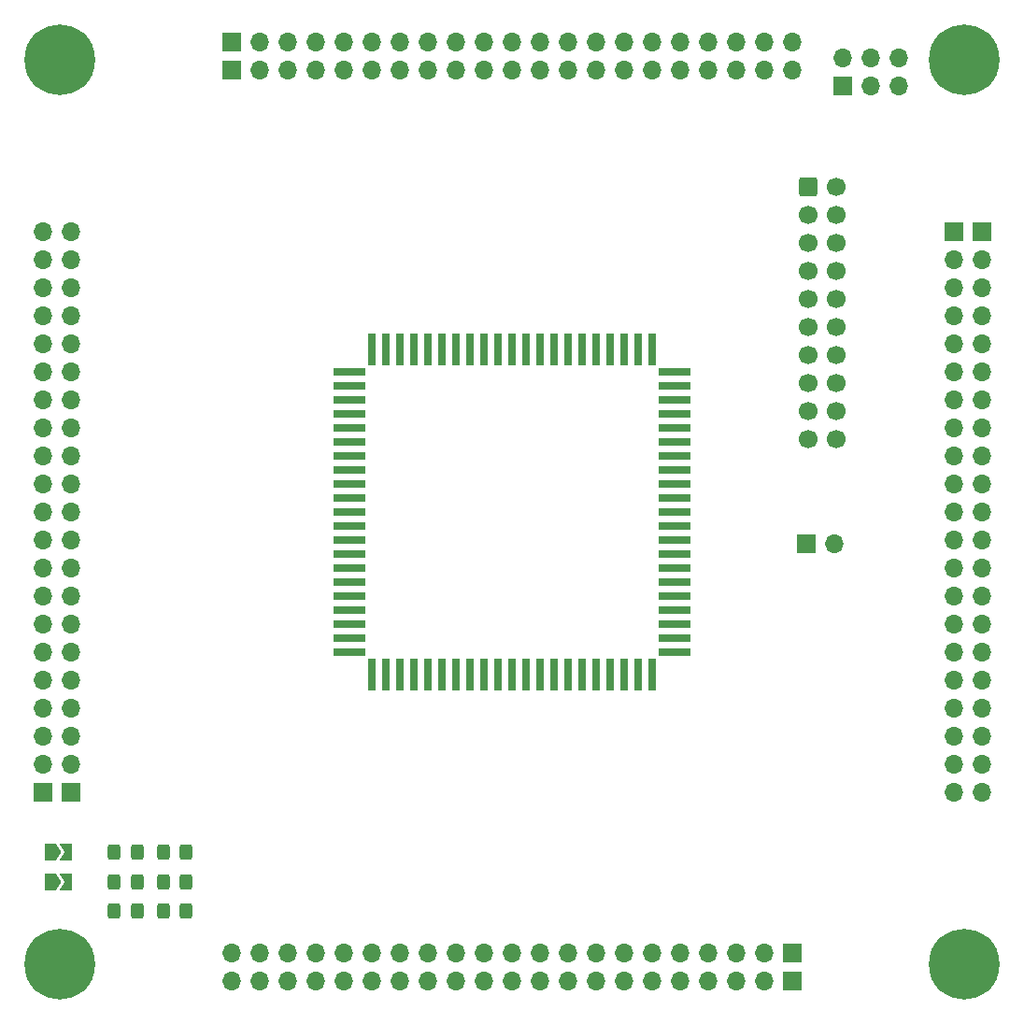
<source format=gbr>
G04 #@! TF.GenerationSoftware,KiCad,Pcbnew,6.0.9+dfsg-1*
G04 #@! TF.CreationDate,2022-12-29T14:55:31+02:00*
G04 #@! TF.ProjectId,ATF1502AS-EVB,41544631-3530-4324-9153-2d4556422e6b,rev?*
G04 #@! TF.SameCoordinates,PX2c9ce60PY9405110*
G04 #@! TF.FileFunction,Soldermask,Top*
G04 #@! TF.FilePolarity,Negative*
%FSLAX46Y46*%
G04 Gerber Fmt 4.6, Leading zero omitted, Abs format (unit mm)*
G04 Created by KiCad (PCBNEW 6.0.9+dfsg-1) date 2022-12-29 14:55:31*
%MOMM*%
%LPD*%
G01*
G04 APERTURE LIST*
G04 Aperture macros list*
%AMRoundRect*
0 Rectangle with rounded corners*
0 $1 Rounding radius*
0 $2 $3 $4 $5 $6 $7 $8 $9 X,Y pos of 4 corners*
0 Add a 4 corners polygon primitive as box body*
4,1,4,$2,$3,$4,$5,$6,$7,$8,$9,$2,$3,0*
0 Add four circle primitives for the rounded corners*
1,1,$1+$1,$2,$3*
1,1,$1+$1,$4,$5*
1,1,$1+$1,$6,$7*
1,1,$1+$1,$8,$9*
0 Add four rect primitives between the rounded corners*
20,1,$1+$1,$2,$3,$4,$5,0*
20,1,$1+$1,$4,$5,$6,$7,0*
20,1,$1+$1,$6,$7,$8,$9,0*
20,1,$1+$1,$8,$9,$2,$3,0*%
%AMFreePoly0*
4,1,6,0.500000,-0.750000,-0.650000,-0.750000,-0.150000,0.000000,-0.650000,0.750000,0.500000,0.750000,0.500000,-0.750000,0.500000,-0.750000,$1*%
%AMFreePoly1*
4,1,6,1.000000,0.000000,0.500000,-0.750000,-0.500000,-0.750000,-0.500000,0.750000,0.500000,0.750000,1.000000,0.000000,1.000000,0.000000,$1*%
G04 Aperture macros list end*
%ADD10C,6.400000*%
%ADD11O,1.700000X1.700000*%
%ADD12R,1.700000X1.700000*%
%ADD13R,0.700000X2.925000*%
%ADD14R,2.925000X0.700000*%
%ADD15RoundRect,0.250000X0.325000X0.450000X-0.325000X0.450000X-0.325000X-0.450000X0.325000X-0.450000X0*%
%ADD16FreePoly0,0.000000*%
%ADD17FreePoly1,0.000000*%
%ADD18RoundRect,0.250000X-0.600000X-0.600000X0.600000X-0.600000X0.600000X0.600000X-0.600000X0.600000X0*%
%ADD19C,1.700000*%
%ADD20RoundRect,0.250000X-0.325000X-0.450000X0.325000X-0.450000X0.325000X0.450000X-0.325000X0.450000X0*%
G04 APERTURE END LIST*
D10*
X94220000Y14210000D03*
X12220000Y14210000D03*
X94220000Y96210000D03*
X12220000Y96210000D03*
D11*
X95760000Y29810000D03*
X95760000Y32350000D03*
X95760000Y34890000D03*
X95760000Y37430000D03*
X95760000Y39970000D03*
X95760000Y42510000D03*
X95760000Y45050000D03*
X95760000Y47590000D03*
X95760000Y50130000D03*
X95760000Y52670000D03*
X95760000Y55210000D03*
X95760000Y57750000D03*
X95760000Y60290000D03*
X95760000Y62830000D03*
X95760000Y65370000D03*
X95760000Y67910000D03*
X95760000Y70450000D03*
X95760000Y72990000D03*
X95760000Y75530000D03*
X95760000Y78070000D03*
D12*
X95760000Y80610000D03*
X27820000Y97750000D03*
D11*
X30360000Y97750000D03*
X32900000Y97750000D03*
X35440000Y97750000D03*
X37980000Y97750000D03*
X40520000Y97750000D03*
X43060000Y97750000D03*
X45600000Y97750000D03*
X48140000Y97750000D03*
X50680000Y97750000D03*
X53220000Y97750000D03*
X55760000Y97750000D03*
X58300000Y97750000D03*
X60840000Y97750000D03*
X63380000Y97750000D03*
X65920000Y97750000D03*
X68460000Y97750000D03*
X71000000Y97750000D03*
X73540000Y97750000D03*
X76080000Y97750000D03*
X78620000Y97750000D03*
D12*
X10680000Y29810000D03*
D11*
X10680000Y32350000D03*
X10680000Y34890000D03*
X10680000Y37430000D03*
X10680000Y39970000D03*
X10680000Y42510000D03*
X10680000Y45050000D03*
X10680000Y47590000D03*
X10680000Y50130000D03*
X10680000Y52670000D03*
X10680000Y55210000D03*
X10680000Y57750000D03*
X10680000Y60290000D03*
X10680000Y62830000D03*
X10680000Y65370000D03*
X10680000Y67910000D03*
X10680000Y70450000D03*
X10680000Y72990000D03*
X10680000Y75530000D03*
X10680000Y78070000D03*
X10680000Y80610000D03*
D12*
X78620000Y12670000D03*
D11*
X76080000Y12670000D03*
X73540000Y12670000D03*
X71000000Y12670000D03*
X68460000Y12670000D03*
X65920000Y12670000D03*
X63380000Y12670000D03*
X60840000Y12670000D03*
X58300000Y12670000D03*
X55760000Y12670000D03*
X53220000Y12670000D03*
X50680000Y12670000D03*
X48140000Y12670000D03*
X45600000Y12670000D03*
X43060000Y12670000D03*
X40520000Y12670000D03*
X37980000Y12670000D03*
X35440000Y12670000D03*
X32900000Y12670000D03*
X30360000Y12670000D03*
X27820000Y12670000D03*
X93220000Y29810000D03*
X93220000Y32350000D03*
X93220000Y34890000D03*
X93220000Y37430000D03*
X93220000Y39970000D03*
X93220000Y42510000D03*
X93220000Y45050000D03*
X93220000Y47590000D03*
X93220000Y50130000D03*
X93220000Y52670000D03*
X93220000Y55210000D03*
X93220000Y57750000D03*
X93220000Y60290000D03*
X93220000Y62830000D03*
X93220000Y65370000D03*
X93220000Y67910000D03*
X93220000Y70450000D03*
X93220000Y72990000D03*
X93220000Y75530000D03*
X93220000Y78070000D03*
D12*
X93220000Y80610000D03*
D11*
X27820000Y15210000D03*
X30360000Y15210000D03*
X32900000Y15210000D03*
X35440000Y15210000D03*
X37980000Y15210000D03*
X40520000Y15210000D03*
X43060000Y15210000D03*
X45600000Y15210000D03*
X48140000Y15210000D03*
X50680000Y15210000D03*
X53220000Y15210000D03*
X55760000Y15210000D03*
X58300000Y15210000D03*
X60840000Y15210000D03*
X63380000Y15210000D03*
X65920000Y15210000D03*
X68460000Y15210000D03*
X71000000Y15210000D03*
X73540000Y15210000D03*
X76080000Y15210000D03*
D12*
X78620000Y15210000D03*
D11*
X78620000Y95210000D03*
X76080000Y95210000D03*
X73540000Y95210000D03*
X71000000Y95210000D03*
X68460000Y95210000D03*
X65920000Y95210000D03*
X63380000Y95210000D03*
X60840000Y95210000D03*
X58300000Y95210000D03*
X55760000Y95210000D03*
X53220000Y95210000D03*
X50680000Y95210000D03*
X48140000Y95210000D03*
X45600000Y95210000D03*
X43060000Y95210000D03*
X40520000Y95210000D03*
X37980000Y95210000D03*
X35440000Y95210000D03*
X32900000Y95210000D03*
X30360000Y95210000D03*
D12*
X27820000Y95210000D03*
X13220000Y29810000D03*
D11*
X13220000Y32350000D03*
X13220000Y34890000D03*
X13220000Y37430000D03*
X13220000Y39970000D03*
X13220000Y42510000D03*
X13220000Y45050000D03*
X13220000Y47590000D03*
X13220000Y50130000D03*
X13220000Y52670000D03*
X13220000Y55210000D03*
X13220000Y57750000D03*
X13220000Y60290000D03*
X13220000Y62830000D03*
X13220000Y65370000D03*
X13220000Y67910000D03*
X13220000Y70450000D03*
X13220000Y72990000D03*
X13220000Y75530000D03*
X13220000Y78070000D03*
X13220000Y80610000D03*
D13*
X54490000Y69922500D03*
X55760000Y69922500D03*
X57030000Y69922500D03*
X58300000Y69922500D03*
X59570000Y69922500D03*
X60840000Y69922500D03*
X62110000Y69922500D03*
X63380000Y69922500D03*
X64650000Y69922500D03*
X65920000Y69922500D03*
D14*
X67932500Y67910000D03*
X67932500Y66640000D03*
X67932500Y65370000D03*
X67932500Y64100000D03*
X67932500Y62830000D03*
X67932500Y61560000D03*
X67932500Y60290000D03*
X67932500Y59020000D03*
X67932500Y57750000D03*
X67932500Y56480000D03*
X67932500Y55210000D03*
X67932500Y53940000D03*
X67932500Y52670000D03*
X67932500Y51400000D03*
X67932500Y50130000D03*
X67932500Y48860000D03*
X67932500Y47590000D03*
X67932500Y46320000D03*
X67932500Y45050000D03*
X67932500Y43780000D03*
X67932500Y42510000D03*
D13*
X65920000Y40497500D03*
X64650000Y40497500D03*
X63380000Y40497500D03*
X62110000Y40497500D03*
X60840000Y40497500D03*
X59570000Y40497500D03*
X58300000Y40497500D03*
X57030000Y40497500D03*
X55760000Y40497500D03*
X54490000Y40497500D03*
X53220000Y40497500D03*
X51950000Y40497500D03*
X50680000Y40497500D03*
X49410000Y40497500D03*
X48140000Y40497500D03*
X46870000Y40497500D03*
X45600000Y40497500D03*
X44330000Y40497500D03*
X43060000Y40497500D03*
X41790000Y40497500D03*
X40520000Y40497500D03*
D14*
X38507500Y42510000D03*
X38507500Y43780000D03*
X38507500Y45050000D03*
X38507500Y46320000D03*
X38507500Y47590000D03*
X38507500Y48860000D03*
X38507500Y50130000D03*
X38507500Y51400000D03*
X38507500Y52670000D03*
X38507500Y53940000D03*
X38507500Y55210000D03*
X38507500Y56480000D03*
X38507500Y57750000D03*
X38507500Y59020000D03*
X38507500Y60290000D03*
X38507500Y61560000D03*
X38507500Y62830000D03*
X38507500Y64100000D03*
X38507500Y65370000D03*
X38507500Y66640000D03*
X38507500Y67910000D03*
D13*
X40520000Y69922500D03*
X41790000Y69922500D03*
X43060000Y69922500D03*
X44330000Y69922500D03*
X45600000Y69922500D03*
X46870000Y69922500D03*
X48140000Y69922500D03*
X49410000Y69922500D03*
X50680000Y69922500D03*
X51950000Y69922500D03*
X53220000Y69922500D03*
D15*
X17165000Y21685000D03*
X19215000Y21685000D03*
X19215000Y19040000D03*
X17165000Y19040000D03*
D16*
X12815000Y21695000D03*
D17*
X11365000Y21695000D03*
X11365000Y24360000D03*
D16*
X12815000Y24360000D03*
D12*
X83205000Y93815000D03*
D11*
X83205000Y96355000D03*
X85745000Y93815000D03*
X85745000Y96355000D03*
X88285000Y93815000D03*
X88285000Y96355000D03*
D15*
X19215000Y24360000D03*
X17165000Y24360000D03*
D18*
X80040000Y84680000D03*
D19*
X82580000Y84680000D03*
X80040000Y82140000D03*
X82580000Y82140000D03*
X80040000Y79600000D03*
X82580000Y79600000D03*
X80040000Y77060000D03*
X82580000Y77060000D03*
X80040000Y74520000D03*
X82580000Y74520000D03*
X80040000Y71980000D03*
X82580000Y71980000D03*
X80040000Y69440000D03*
X82580000Y69440000D03*
X80040000Y66900000D03*
X82580000Y66900000D03*
X80040000Y64360000D03*
X82580000Y64360000D03*
X80040000Y61820000D03*
X82580000Y61820000D03*
D12*
X79895000Y52300000D03*
D11*
X82435000Y52300000D03*
D20*
X21595000Y19040000D03*
X23645000Y19040000D03*
X21595000Y24360000D03*
X23645000Y24360000D03*
X21595000Y21685000D03*
X23645000Y21685000D03*
M02*

</source>
